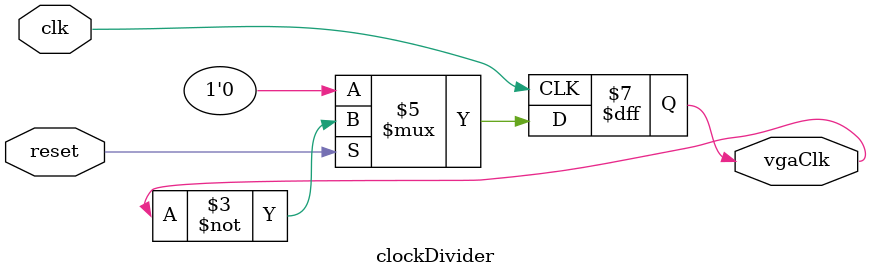
<source format=sv>
module clockDivider (clk, reset, vgaClk);
    // Declaración de entradas y salidas del módulo
    input logic clk, reset;     // Entradas: reloj principal y señal de reinicio
    output logic vgaClk;        // Salida: reloj dividido

    // Siempre que haya un flanco de subida en el reloj principal
    always @(posedge clk) begin
        // Si la señal de reinicio está activa
        if (~reset) begin
            vgaClk <= 0;        // Establece la salida en bajo nivel
        end
        else begin
            vgaClk <= ~vgaClk;  // Invierte el valor del reloj dividido
        end
    end 
endmodule 

</source>
